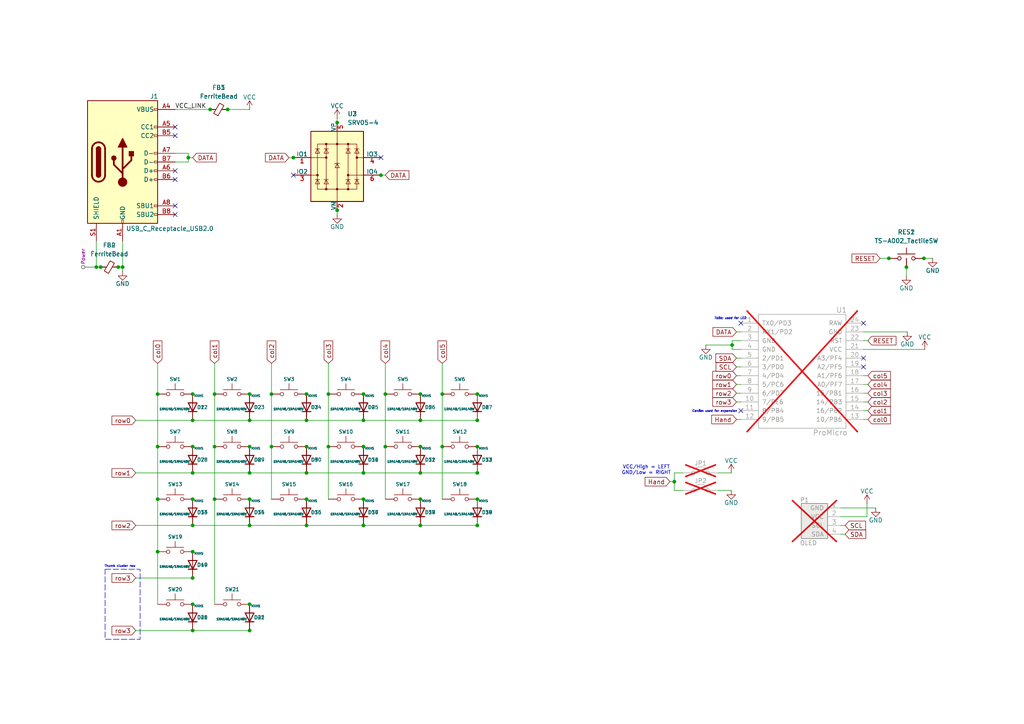
<source format=kicad_sch>
(kicad_sch (version 20231120) (generator "eeschema") (generator_version "8.0")
  (paper "A4")
  (lib_symbols
    (symbol "Device:D" (pin_numbers hide) (pin_names (offset 1.016) hide)
      (property "Reference" "D" (at 0 2.54 0))
      (property "Value" "D" (at 0 -2.54 0))
      (symbol "D_1_1"
        (pin passive line (at -3.81 0 0) (length 2.54) (name "K") (number "1"))
        (pin passive line (at 3.81 0 180) (length 2.54) (name "A") (number "2"))
      )
    )
    (symbol "Device:FerriteBead_Small" (pin_numbers hide) (pin_names (offset 0))
      (property "Reference" "FB" (at 1.905 1.27 0))
      (property "Value" "FerriteBead_Small" (at 1.905 -1.27 0))
      (symbol "FerriteBead_Small_1_1"
        (pin passive line (at 0 2.54 270) (length 1.27) (name "~") (number "1"))
        (pin passive line (at 0 -2.54 90) (length 1.27) (name "~") (number "2"))
      )
    )
    (symbol "Jumper:Jumper_2_Open" (pin_numbers hide) (pin_names (offset 0) hide) (exclude_from_sim yes)
      (property "Reference" "JP" (at 0 2.794 0))
      (property "Value" "Jumper_2_Open" (at 0 -2.286 0))
      (symbol "Jumper_2_Open_1_1"
        (pin passive line (at -5.08 0 0) (length 2.54) (name "A") (number "1"))
        (pin passive line (at 5.08 0 180) (length 2.54) (name "B") (number "2"))
      )
    )
    (symbol "Power_Protection:SRV05-4" (pin_names (offset 0))
      (property "Reference" "U" (at -5.08 11.43 0))
      (property "Value" "SRV05-4" (at 2.54 11.43 0))
      (symbol "SRV05-4_1_1"
        (pin passive line (at -12.7 2.54 0) (length 5.08) (name "IO1") (number "1"))
        (pin passive line (at 0 -12.7 90) (length 2.54) (name "VN") (number "2"))
        (pin passive line (at -12.7 -2.54 0) (length 5.08) (name "IO2") (number "3"))
        (pin passive line (at 12.7 2.54 180) (length 5.08) (name "IO3") (number "4"))
        (pin passive line (at 0 12.7 270) (length 2.54) (name "VP") (number "5"))
        (pin passive line (at 12.7 -2.54 180) (length 5.08) (name "IO4") (number "6"))
      )
    )
    (symbol "SplitKeyboard_Common:OLED_4pin" (pin_names (offset 1.016))
      (property "Reference" "P1" (at 0 -7.62 0))
      (property "Value" "OLED" (at 0 5.08 0))
      (symbol "OLED_4pin_1_1"
        (pin passive line (at -5.08 2.54 0) (length 3.81) (name "GND") (number "1"))
        (pin passive line (at -5.08 0 0) (length 3.81) (name "VCC") (number "2"))
        (pin passive line (at -5.08 -2.54 0) (length 3.81) (name "SCL") (number "3"))
        (pin passive line (at -5.08 -5.08 0) (length 3.81) (name "SDA") (number "4"))
        (pin no_connect line (at 8.128 -2.286 90) (length 3.81) hide (name "0") (number "A"))
        (pin no_connect line (at 8.128 -2.286 90) (length 3.81) hide (name "0") (number "B"))
        (pin no_connect line (at 8.128 -2.286 90) (length 3.81) hide (name "0") (number "C"))
        (pin no_connect line (at 8.128 -2.286 90) (length 3.81) hide (name "0") (number "D"))
      )
    )
    (symbol "SplitKeyboard_Common:ProMicro_Jumpers_v2" (pin_names (offset 1.016))
      (property "Reference" "U1" (at 0 17.78 0))
      (property "Value" "ProMicro" (at 0 -17.78 0))
      (symbol "ProMicro_Jumpers_v2_1_1"
        (pin input line (at -17.78 13.97 0) (length 5.08) (name "TX0/PD3") (number "1"))
        (pin input line (at -17.78 -8.89 0) (length 5.08) (name "7/PE6") (number "10"))
        (pin input line (at -17.78 -11.43 0) (length 5.08) (name "8/PB4") (number "11"))
        (pin input line (at -17.78 -13.97 0) (length 5.08) (name "9/PB5") (number "12"))
        (pin input line (at 17.78 -13.97 180) (length 5.08) (name "10/PB6") (number "13"))
        (pin input line (at 17.78 -11.43 180) (length 5.08) (name "16/PB2") (number "14"))
        (pin input line (at 17.78 -8.89 180) (length 5.08) (name "14/PB3") (number "15"))
        (pin input line (at 17.78 -6.35 180) (length 5.08) (name "15/PB1") (number "16"))
        (pin input line (at 17.78 -3.81 180) (length 5.08) (name "A0/PF7") (number "17"))
        (pin input line (at 17.78 -1.27 180) (length 5.08) (name "A1/PF6") (number "18"))
        (pin input line (at 17.78 1.27 180) (length 5.08) (name "A2/PF5") (number "19"))
        (pin input line (at -17.78 11.43 0) (length 5.08) (name "RX1/PD2") (number "2"))
        (pin input line (at 17.78 3.81 180) (length 5.08) (name "A3/PF4") (number "20"))
        (pin input line (at 17.78 6.35 180) (length 5.08) (name "VCC") (number "21"))
        (pin input line (at 17.78 8.89 180) (length 5.08) (name "RST") (number "22"))
        (pin input line (at 17.78 11.43 180) (length 5.08) (name "GND") (number "23"))
        (pin input line (at 17.78 13.97 180) (length 5.08) (name "RAW") (number "24"))
        (pin input line (at -17.78 8.89 0) (length 5.08) (name "GND") (number "3"))
        (pin input line (at -17.78 6.35 0) (length 5.08) (name "GND") (number "4"))
        (pin input line (at -17.78 3.81 0) (length 5.08) (name "2/PD1") (number "5"))
        (pin input line (at -17.78 1.27 0) (length 5.08) (name "3/PD0") (number "6"))
        (pin input line (at -17.78 -1.27 0) (length 5.08) (name "4/PD4") (number "7"))
        (pin input line (at -17.78 -3.81 0) (length 5.08) (name "5/PC6") (number "8"))
        (pin input line (at -17.78 -6.35 0) (length 5.08) (name "6/PD7") (number "9"))
        (pin no_connect line (at -0.254 -0.254 270) (length 5.08) hide (name "0") (number "A"))
        (pin no_connect line (at -0.254 -0.254 270) (length 5.08) hide (name "0") (number "B"))
        (pin no_connect line (at -0.254 -0.254 270) (length 5.08) hide (name "0") (number "C"))
        (pin no_connect line (at -0.254 -0.254 270) (length 5.08) hide (name "0") (number "D"))
        (pin no_connect line (at -0.254 -0.254 270) (length 5.08) hide (name "0") (number "E"))
        (pin no_connect line (at -0.254 -0.254 270) (length 5.08) hide (name "0") (number "F"))
        (pin no_connect line (at -0.254 -0.254 270) (length 5.08) hide (name "0") (number "G"))
        (pin no_connect line (at -0.254 -0.254 270) (length 5.08) hide (name "0") (number "H"))
        (pin no_connect line (at -0.254 -0.254 270) (length 5.08) hide (name "0") (number "I"))
        (pin no_connect line (at -0.254 -0.254 270) (length 5.08) hide (name "0") (number "J"))
        (pin no_connect line (at -0.254 -0.254 270) (length 5.08) hide (name "0") (number "K"))
        (pin no_connect line (at -0.254 -0.254 270) (length 5.08) hide (name "0") (number "L"))
        (pin no_connect line (at -0.254 -0.254 270) (length 5.08) hide (name "0") (number "M"))
        (pin no_connect line (at -0.254 -0.254 270) (length 5.08) hide (name "0") (number "N"))
        (pin no_connect line (at -0.254 -0.254 270) (length 5.08) hide (name "0") (number "O"))
        (pin no_connect line (at -0.254 -0.254 270) (length 5.08) hide (name "0") (number "P"))
        (pin no_connect line (at -0.254 -0.254 270) (length 5.08) hide (name "0") (number "Q"))
        (pin no_connect line (at -0.254 -0.254 270) (length 5.08) hide (name "0") (number "R"))
        (pin no_connect line (at -0.254 -0.254 270) (length 5.08) hide (name "0") (number "S"))
        (pin no_connect line (at -0.254 -0.254 270) (length 5.08) hide (name "0") (number "T"))
        (pin no_connect line (at -0.254 -0.254 270) (length 5.08) hide (name "0") (number "U"))
        (pin no_connect line (at -0.254 -0.254 270) (length 5.08) hide (name "0") (number "V"))
        (pin no_connect line (at -0.254 -0.254 270) (length 5.08) hide (name "0") (number "X"))
        (pin no_connect line (at -0.254 -0.254 270) (length 5.08) hide (name "0") (number "Y"))
      )
    )
    (symbol "SplitKeyboard_Common:TS-A002_TactileSW" (pin_numbers hide) (pin_names (offset 1.016) hide)
      (property "Reference" "SW1" (at 0 7.366 0))
      (property "Value" "TS-A002_TactileSW" (at 0 4.826 0))
      (symbol "TS-A002_TactileSW_0_1"
        (pin passive line (at -5.08 0 0) (length 2.54) (name "1") (number "1"))
        (pin passive line (at 5.08 0 180) (length 2.54) (name "2") (number "2"))
        (pin passive line (at 0 -2.54 90) (length 2.54) (name "3") (number "3"))
      )
    )
    (symbol "SplitKeyboard_Common:USB_C_Receptacle_USB2.0" (pin_names (offset 1.016))
      (property "Reference" "J1" (at 0 22.098 0))
      (property "Value" "USB_C_Receptacle_USB2.0" (at 0 19.558 0))
      (symbol "USB_C_Receptacle_USB2.0_1_1"
        (pin passive line (at 0 -22.86 90) (length 5.08) (name "GND") (number "A1"))
        (pin passive line (at 0 -22.86 90) (length 5.08) hide (name "GND") (number "A12"))
        (pin passive line (at 15.24 15.24 180) (length 5.08) (name "VBUS") (number "A4"))
        (pin bidirectional line (at 15.24 10.16 180) (length 5.08) (name "CC1") (number "A5"))
        (pin bidirectional line (at 15.24 -2.54 180) (length 5.08) (name "D+") (number "A6"))
        (pin bidirectional line (at 15.24 2.54 180) (length 5.08) (name "D-") (number "A7"))
        (pin bidirectional line (at 15.24 -12.7 180) (length 5.08) (name "SBU1") (number "A8"))
        (pin passive line (at 15.24 15.24 180) (length 5.08) hide (name "VBUS") (number "A9"))
        (pin passive line (at 0 -22.86 90) (length 5.08) hide (name "GND") (number "B1"))
        (pin passive line (at 0 -22.86 90) (length 5.08) hide (name "GND") (number "B12"))
        (pin passive line (at 15.24 15.24 180) (length 5.08) hide (name "VBUS") (number "B4"))
        (pin bidirectional line (at 15.24 7.62 180) (length 5.08) (name "CC2") (number "B5"))
        (pin bidirectional line (at 15.24 -5.08 180) (length 5.08) (name "D+") (number "B6"))
        (pin bidirectional line (at 15.24 0 180) (length 5.08) (name "D-") (number "B7"))
        (pin bidirectional line (at 15.24 -15.24 180) (length 5.08) (name "SBU2") (number "B8"))
        (pin passive line (at 15.24 15.24 180) (length 5.08) hide (name "VBUS") (number "B9"))
        (pin passive line (at -7.62 -22.86 90) (length 5.08) (name "SHIELD") (number "S1"))
      )
    )
    (symbol "Switch:SW_Push" (pin_numbers hide) (pin_names (offset 1.016) hide)
      (property "Reference" "SW" (at 1.27 2.54 0))
      (property "Value" "SW_Push" (at 0 -1.524 0))
      (symbol "SW_Push_0_1"
        (pin passive line (at -5.08 0 0) (length 2.54) (name "1") (number "1"))
        (pin passive line (at 5.08 0 180) (length 2.54) (name "2") (number "2"))
      )
    )
    (symbol "power:GND" (power) (pin_numbers hide) (pin_names (offset 0) hide)
      (property "Value" "GND" (at 0 -3.81 0))
      (symbol "GND_1_1"
        (pin power_in line (at 0 0 270) (length 0) (name "~") (number "1"))
      )
    )
    (symbol "power:VCC" (power) (pin_numbers hide) (pin_names (offset 0) hide)
      (property "Value" "VCC" (at 0 3.556 0))
      (symbol "VCC_1_1"
        (pin power_in line (at 0 0 90) (length 0) (name "~") (number "1"))
      )
    )
  )
  (junction (at 257.81 74.93))
  (junction (at 105.41 152.4))
  (junction (at 45.72 144.78))
  (junction (at 121.92 137.16))
  (junction (at 55.88 167.64))
  (junction (at 267.97 74.93))
  (junction (at 62.23 129.54))
  (junction (at 62.23 114.3))
  (junction (at 78.74 114.3))
  (junction (at 55.88 182.88))
  (junction (at 55.88 160.02))
  (junction (at 72.39 182.88))
  (junction (at 138.43 121.92))
  (junction (at 97.79 35.56))
  (junction (at 88.9 129.54))
  (junction (at 72.39 137.16))
  (junction (at 45.72 114.3))
  (junction (at 72.39 175.26))
  (junction (at 54.61 45.72))
  (junction (at 78.74 129.54))
  (junction (at 105.41 114.3))
  (junction (at 105.41 129.54))
  (junction (at 34.29 77.47))
  (junction (at 72.39 114.3))
  (junction (at 45.72 129.54))
  (junction (at 72.39 121.92))
  (junction (at 95.25 114.3))
  (junction (at 121.92 121.92))
  (junction (at 128.27 129.54))
  (junction (at 60.96 31.75))
  (junction (at 105.41 137.16))
  (junction (at 88.9 114.3))
  (junction (at 85.09 45.72))
  (junction (at 111.76 114.3))
  (junction (at 72.39 152.4))
  (junction (at 128.27 114.3))
  (junction (at 55.88 137.16))
  (junction (at 72.39 129.54))
  (junction (at 110.49 50.8))
  (junction (at 262.89 77.47))
  (junction (at 138.43 129.54))
  (junction (at 121.92 114.3))
  (junction (at 35.56 77.47))
  (junction (at 88.9 144.78))
  (junction (at 55.88 114.3))
  (junction (at 111.76 129.54))
  (junction (at 105.41 144.78))
  (junction (at 138.43 152.4))
  (junction (at 55.88 175.26))
  (junction (at 95.25 129.54))
  (junction (at 138.43 144.78))
  (junction (at 121.92 144.78))
  (junction (at 45.72 160.02))
  (junction (at 88.9 121.92))
  (junction (at 66.04 31.75))
  (junction (at 212.344 100.076))
  (junction (at 138.43 137.16))
  (junction (at 88.9 137.16))
  (junction (at 138.43 114.3))
  (junction (at 105.41 121.92))
  (junction (at 72.39 144.78))
  (junction (at 55.88 121.92))
  (junction (at 121.92 129.54))
  (junction (at 195.58 139.7))
  (junction (at 97.79 60.96))
  (junction (at 55.88 129.54))
  (junction (at 88.9 152.4))
  (junction (at 29.21 77.47))
  (junction (at 55.88 152.4))
  (junction (at 121.92 152.4))
  (junction (at 62.23 144.78))
  (junction (at 55.88 144.78))
  (junction (at 27.94 77.47))
  (no_connect (at 50.8 62.23))
  (no_connect (at 250.444 103.886))
  (no_connect (at 250.444 93.726))
  (no_connect (at 50.8 49.53))
  (no_connect (at 85.09 50.8))
  (no_connect (at 50.8 36.83))
  (no_connect (at 50.8 39.37))
  (no_connect (at 214.884 93.726))
  (no_connect (at 110.49 45.72))
  (no_connect (at 50.8 52.07))
  (no_connect (at 250.444 106.426))
  (no_connect (at 214.884 119.126))
  (no_connect (at 50.8 59.69))
  (wire (pts (xy 212.344 98.806) (xy 212.344 100.076)))
  (wire (pts (xy 105.41 137.16) (xy 121.92 137.16)))
  (wire (pts (xy 35.56 77.47) (xy 35.56 78.74)))
  (wire (pts (xy 121.92 137.16) (xy 138.43 137.16)))
  (wire (pts (xy 26.67 77.47) (xy 27.94 77.47)))
  (wire (pts (xy 121.92 152.4) (xy 138.43 152.4)))
  (wire (pts (xy 213.614 106.426) (xy 214.884 106.426)))
  (wire (pts (xy 250.444 116.586) (xy 251.714 116.586)))
  (wire (pts (xy 45.72 160.02) (xy 45.72 175.26)))
  (wire (pts (xy 72.39 152.4) (xy 88.9 152.4)))
  (wire (pts (xy 95.25 105.41) (xy 95.25 114.3)))
  (wire (pts (xy 62.23 144.78) (xy 62.23 175.26)))
  (wire (pts (xy 50.8 31.75) (xy 60.96 31.75)))
  (wire (pts (xy 78.74 114.3) (xy 78.74 129.54)))
  (wire (pts (xy 54.61 45.72) (xy 55.88 45.72)))
  (wire (pts (xy 62.23 129.54) (xy 62.23 144.78)))
  (wire (pts (xy 208.28 137.16) (xy 212.09 137.16)))
  (wire (pts (xy 111.76 129.54) (xy 111.76 144.78)))
  (wire (pts (xy 39.37 137.16) (xy 55.88 137.16)))
  (wire (pts (xy 88.9 121.92) (xy 105.41 121.92)))
  (wire (pts (xy 214.884 98.806) (xy 212.344 98.806)))
  (wire (pts (xy 213.614 116.586) (xy 214.884 116.586)))
  (wire (pts (xy 198.12 137.16) (xy 195.58 137.16)))
  (wire (pts (xy 39.37 167.64) (xy 55.88 167.64)))
  (wire (pts (xy 35.56 69.85) (xy 35.56 77.47)))
  (wire (pts (xy 55.88 121.92) (xy 72.39 121.92)))
  (wire (pts (xy 62.23 105.41) (xy 62.23 114.3)))
  (wire (pts (xy 250.444 119.126) (xy 251.714 119.126)))
  (wire (pts (xy 78.74 129.54) (xy 78.74 144.78)))
  (wire (pts (xy 128.27 114.3) (xy 128.27 129.54)))
  (wire (pts (xy 27.94 69.85) (xy 27.94 77.47)))
  (wire (pts (xy 72.39 121.92) (xy 88.9 121.92)))
  (wire (pts (xy 194.31 139.7) (xy 195.58 139.7)))
  (wire (pts (xy 250.444 114.046) (xy 251.714 114.046)))
  (wire (pts (xy 45.72 144.78) (xy 45.72 160.02)))
  (wire (pts (xy 243.84 154.94) (xy 245.11 154.94)))
  (wire (pts (xy 251.46 149.86) (xy 251.46 146.05)))
  (wire (pts (xy 212.344 100.076) (xy 212.344 101.346)))
  (wire (pts (xy 88.9 137.16) (xy 105.41 137.16)))
  (wire (pts (xy 195.58 142.24) (xy 198.12 142.24)))
  (wire (pts (xy 39.37 121.92) (xy 55.88 121.92)))
  (wire (pts (xy 97.79 60.96) (xy 97.79 62.23)))
  (wire (pts (xy 243.84 147.32) (xy 254 147.32)))
  (wire (pts (xy 72.39 137.16) (xy 88.9 137.16)))
  (wire (pts (xy 39.37 152.4) (xy 55.88 152.4)))
  (wire (pts (xy 27.94 77.47) (xy 29.21 77.47)))
  (wire (pts (xy 62.23 114.3) (xy 62.23 129.54)))
  (wire (pts (xy 213.614 108.966) (xy 214.884 108.966)))
  (wire (pts (xy 105.41 121.92) (xy 121.92 121.92)))
  (wire (pts (xy 213.614 96.266) (xy 214.884 96.266)))
  (wire (pts (xy 88.9 152.4) (xy 105.41 152.4)))
  (wire (pts (xy 45.72 105.41) (xy 45.72 114.3)))
  (wire (pts (xy 45.72 129.54) (xy 45.72 144.78)))
  (wire (pts (xy 95.25 114.3) (xy 95.25 129.54)))
  (wire (pts (xy 212.344 101.346) (xy 214.884 101.346)))
  (wire (pts (xy 213.614 103.886) (xy 214.884 103.886)))
  (wire (pts (xy 54.61 45.72) (xy 54.61 46.99)))
  (wire (pts (xy 55.88 152.4) (xy 72.39 152.4)))
  (wire (pts (xy 250.444 96.266) (xy 263.144 96.266)))
  (wire (pts (xy 66.04 31.75) (xy 72.39 31.75)))
  (wire (pts (xy 55.88 137.16) (xy 72.39 137.16)))
  (wire (pts (xy 243.84 152.4) (xy 245.11 152.4)))
  (wire (pts (xy 54.61 46.99) (xy 50.8 46.99)))
  (wire (pts (xy 39.37 182.88) (xy 55.88 182.88)))
  (wire (pts (xy 213.614 121.666) (xy 214.884 121.666)))
  (wire (pts (xy 97.79 34.29) (xy 97.79 35.56)))
  (wire (pts (xy 250.444 108.966) (xy 251.714 108.966)))
  (wire (pts (xy 213.614 111.506) (xy 214.884 111.506)))
  (wire (pts (xy 110.49 50.8) (xy 111.76 50.8)))
  (wire (pts (xy 34.29 77.47) (xy 35.56 77.47)))
  (wire (pts (xy 83.82 45.72) (xy 85.09 45.72)))
  (wire (pts (xy 204.724 100.076) (xy 212.344 100.076)))
  (wire (pts (xy 121.92 121.92) (xy 138.43 121.92)))
  (wire (pts (xy 54.61 44.45) (xy 54.61 45.72)))
  (wire (pts (xy 243.84 149.86) (xy 251.46 149.86)))
  (wire (pts (xy 250.444 101.346) (xy 268.224 101.346)))
  (wire (pts (xy 250.444 98.806) (xy 251.714 98.806)))
  (wire (pts (xy 111.76 105.41) (xy 111.76 114.3)))
  (wire (pts (xy 50.8 44.45) (xy 54.61 44.45)))
  (wire (pts (xy 128.27 105.41) (xy 128.27 114.3)))
  (wire (pts (xy 111.76 114.3) (xy 111.76 129.54)))
  (wire (pts (xy 45.72 114.3) (xy 45.72 129.54)))
  (wire (pts (xy 262.89 77.47) (xy 262.89 80.01)))
  (wire (pts (xy 55.88 182.88) (xy 72.39 182.88)))
  (wire (pts (xy 213.614 114.046) (xy 214.884 114.046)))
  (wire (pts (xy 78.74 105.41) (xy 78.74 114.3)))
  (wire (pts (xy 95.25 129.54) (xy 95.25 144.78)))
  (wire (pts (xy 128.27 129.54) (xy 128.27 144.78)))
  (wire (pts (xy 208.28 142.24) (xy 212.09 142.24)))
  (wire (pts (xy 195.58 137.16) (xy 195.58 139.7)))
  (wire (pts (xy 105.41 152.4) (xy 121.92 152.4)))
  (wire (pts (xy 250.444 121.666) (xy 251.714 121.666)))
  (wire (pts (xy 250.444 111.506) (xy 251.714 111.506)))
  (wire (pts (xy 255.27 74.93) (xy 257.81 74.93)))
  (wire (pts (xy 195.58 139.7) (xy 195.58 142.24)))
  (wire (pts (xy 267.97 74.93) (xy 270.51 74.93)))
  (rectangle (start 30.48 165.1) (end 40.64 185.42) (stroke (width 0) (type dash)))
  (text "CanBe: used for expansion" (at 207.264 119.38 0) (effects (font (size 0.635 0.635) (italic yes))))
  (text "VCC/High = LEFT\nGND/Low = RIGHT" (at 187.452 136.398 0) (effects (font (size 1.016 1.016))))
  (text "ToBe: used for LED" (at 211.836 92.456 0) (effects (font (size 0.635 0.635) (italic yes))))
  (text "Thumb cluster row" (at 34.798 164.338 0) (effects (font (size 0.635 0.635))))
  (label "VCC_LINK" (at 50.8 31.75 0))
  (global_label "col5" (shape input) (at 128.27 105.41 90) (property "Intersheetrefs" "${INTERSHEET_REFS}" (effects (hide yes))))
  (global_label "col1" (shape input) (at 62.23 105.41 90) (property "Intersheetrefs" "${INTERSHEET_REFS}" (effects (hide yes))))
  (global_label "Hand" (shape input) (at 194.31 139.7 180) (property "Intersheetrefs" "${INTERSHEET_REFS}" (effects (hide yes))))
  (global_label "SDA" (shape input) (at 245.11 154.94 0) (property "Intersheetrefs" "${INTERSHEET_REFS}" (effects (hide yes))))
  (global_label "Hand" (shape input) (at 213.614 121.666 180) (property "Intersheetrefs" "${INTERSHEET_REFS}" (effects (hide yes))))
  (global_label "DATA" (shape input) (at 83.82 45.72 180) (property "Intersheetrefs" "${INTERSHEET_REFS}" (effects (hide yes))))
  (global_label "SCL" (shape input) (at 213.614 106.426 180) (property "Intersheetrefs" "${INTERSHEET_REFS}" (effects (hide yes))))
  (global_label "DATA" (shape input) (at 213.614 96.266 180) (property "Intersheetrefs" "${INTERSHEET_REFS}" (effects (hide yes))))
  (global_label "col1" (shape input) (at 251.714 119.126 0) (property "Intersheetrefs" "${INTERSHEET_REFS}" (effects (hide yes))))
  (global_label "row1" (shape input) (at 213.614 111.506 180) (property "Intersheetrefs" "${INTERSHEET_REFS}" (effects (hide yes))))
  (global_label "SCL" (shape input) (at 245.11 152.4 0) (property "Intersheetrefs" "${INTERSHEET_REFS}" (effects (hide yes))))
  (global_label "col5" (shape input) (at 251.714 108.966 0) (property "Intersheetrefs" "${INTERSHEET_REFS}" (effects (hide yes))))
  (global_label "row0" (shape input) (at 39.37 121.92 180) (property "Intersheetrefs" "${INTERSHEET_REFS}" (effects (hide yes))))
  (global_label "row3" (shape input) (at 39.37 182.88 180) (property "Intersheetrefs" "${INTERSHEET_REFS}" (effects (hide yes))))
  (global_label "SDA" (shape input) (at 213.614 103.886 180) (property "Intersheetrefs" "${INTERSHEET_REFS}" (effects (hide yes))))
  (global_label "RESET" (shape input) (at 255.27 74.93 180) (property "Intersheetrefs" "${INTERSHEET_REFS}" (effects (hide yes))))
  (global_label "row3" (shape input) (at 213.614 116.586 180) (property "Intersheetrefs" "${INTERSHEET_REFS}" (effects (hide yes))))
  (global_label "col2" (shape input) (at 78.74 105.41 90) (property "Intersheetrefs" "${INTERSHEET_REFS}" (effects (hide yes))))
  (global_label "DATA" (shape input) (at 55.88 45.72 0) (property "Intersheetrefs" "${INTERSHEET_REFS}" (effects (hide yes))))
  (global_label "col0" (shape input) (at 251.714 121.666 0) (property "Intersheetrefs" "${INTERSHEET_REFS}" (effects (hide yes))))
  (global_label "col0" (shape input) (at 45.72 105.41 90) (property "Intersheetrefs" "${INTERSHEET_REFS}" (effects (hide yes))))
  (global_label "row2" (shape input) (at 213.614 114.046 180) (property "Intersheetrefs" "${INTERSHEET_REFS}" (effects (hide yes))))
  (global_label "col4" (shape input) (at 111.76 105.41 90) (property "Intersheetrefs" "${INTERSHEET_REFS}" (effects (hide yes))))
  (global_label "col3" (shape input) (at 251.714 114.046 0) (property "Intersheetrefs" "${INTERSHEET_REFS}" (effects (hide yes))))
  (global_label "col3" (shape input) (at 95.25 105.41 90) (property "Intersheetrefs" "${INTERSHEET_REFS}" (effects (hide yes))))
  (global_label "row1" (shape input) (at 39.37 137.16 180) (property "Intersheetrefs" "${INTERSHEET_REFS}" (effects (hide yes))))
  (global_label "row0" (shape input) (at 213.614 108.966 180) (property "Intersheetrefs" "${INTERSHEET_REFS}" (effects (hide yes))))
  (global_label "row2" (shape input) (at 39.37 152.4 180) (property "Intersheetrefs" "${INTERSHEET_REFS}" (effects (hide yes))))
  (global_label "row3" (shape input) (at 39.37 167.64 180) (property "Intersheetrefs" "${INTERSHEET_REFS}" (effects (hide yes))))
  (global_label "DATA" (shape input) (at 111.76 50.8 0) (property "Intersheetrefs" "${INTERSHEET_REFS}" (effects (hide yes))))
  (global_label "col4" (shape input) (at 251.714 111.506 0) (property "Intersheetrefs" "${INTERSHEET_REFS}" (effects (hide yes))))
  (global_label "RESET" (shape input) (at 251.714 98.806 0) (property "Intersheetrefs" "${INTERSHEET_REFS}" (effects (hide yes))))
  (global_label "col2" (shape input) (at 251.714 116.586 0) (property "Intersheetrefs" "${INTERSHEET_REFS}" (effects (hide yes))))
  (netclass_flag "" (length 2.54) (shape round) (at 26.67 77.47 90) (property "Netclass" "Power" (at 24.13 76.7715 90) (effects (font (size 1.016 1.016) (italic yes)) (justify left))))
  (symbol (lib_id "Switch:SW_Push") (at 50.8 114.3 0) (unit 1)
    (property "Reference" "SW1" (at 50.8 109.982 0) (effects (font (size 1.016 1.016))))
    (property "Value" "MXHS" (at 57.658 114.808 0) (effects (font (size 0.635 0.635))))
    (property "Description" "Push button switch, generic, two pins" (effects (hide yes)))
  )
  (symbol (lib_id "power:GND") (at 212.09 142.24 0) (unit 1)
    (property "Reference" "#PWR05" (effects (hide yes)))
    (property "Value" "GND" (at 212.09 145.796 0))
    (property "Description" "Power symbol creates a global label with name \"GND\" , ground" (effects (hide yes)))
  )
  (symbol (lib_id "Power_Protection:SRV05-4") (at 97.79 48.26 0) (unit 1)
    (property "Reference" "U3" (at 100.8065 33.02 0) (effects (justify left)))
    (property "Value" "SRV05-4" (at 100.8065 35.56 0) (effects (justify left)))
    (property "Footprint" "Package_TO_SOT_SMD:SOT-23-6" (effects (hide yes)))
    (property "Datasheet" "http://www.onsemi.com/pub/Collateral/SRV05-4-D.PDF" (effects (hide yes)))
    (property "Description" "ESD Protection Diodes with Low Clamping Voltage, SOT-23-6" (effects (hide yes)))
  )
  (symbol (lib_id "Switch:SW_Push") (at 50.8 160.02 0) (unit 1)
    (property "Reference" "SW19" (at 50.8 155.702 0) (effects (font (size 1.016 1.016))))
    (property "Value" "MXHS" (at 57.658 160.528 0) (effects (font (size 0.635 0.635))))
    (property "Description" "Push button switch, generic, two pins" (effects (hide yes)))
  )
  (symbol (lib_id "Device:D") (at 138.43 148.59 90) (unit 1)
    (property "Reference" "D18" (at 139.7 148.59 90) (effects (font (size 1.016 1.016)) (justify right)))
    (property "Value" "1N4148/1N4148W" (at 128.778 149.098 90) (effects (font (size 0.635 0.635)) (justify right)))
    (property "Description" "Diode" (effects (hide yes)))
    (property "Sim.Device" "D" (effects (hide yes)))
    (property "Sim.Pins" "1=K 2=A" (effects (hide yes)))
  )
  (symbol (lib_id "Device:FerriteBead_Small") (at 63.5 31.75 90) (unit 1)
    (property "Reference" "FB1" (at 63.4619 25.4 90))
    (property "Value" "FerriteBead" (at 63.4619 27.94 90))
    (property "Description" "Ferrite bead, small symbol" (effects (hide yes)))
  )
  (symbol (lib_id "power:GND") (at 254 147.32 0) (unit 1)
    (property "Reference" "#PWR012" (effects (hide yes)))
    (property "Value" "GND" (at 254 150.876 0))
    (property "Description" "Power symbol creates a global label with name \"GND\" , ground" (effects (hide yes)))
  )
  (symbol (lib_id "Device:D") (at 72.39 148.59 90) (unit 1)
    (property "Reference" "D35" (at 73.66 148.59 90) (effects (font (size 1.016 1.016)) (justify right)))
    (property "Value" "1N4148/1N4148W" (at 62.738 149.098 90) (effects (font (size 0.635 0.635)) (justify right)))
    (property "Description" "Diode" (effects (hide yes)))
    (property "Sim.Device" "D" (effects (hide yes)))
    (property "Sim.Pins" "1=K 2=A" (effects (hide yes)))
  )
  (symbol (lib_id "Device:D") (at 72.39 118.11 90) (unit 1)
    (property "Reference" "D2" (at 73.66 118.11 90) (effects (font (size 1.016 1.016)) (justify right)))
    (property "Value" "1N4148/1N4148W" (at 62.738 118.618 90) (effects (font (size 0.635 0.635)) (justify right)))
    (property "Description" "Diode" (effects (hide yes)))
    (property "Sim.Device" "D" (effects (hide yes)))
    (property "Sim.Pins" "1=K 2=A" (effects (hide yes)))
  )
  (symbol (lib_id "Switch:SW_Push") (at 116.84 144.78 0) (unit 1)
    (property "Reference" "SW17" (at 116.84 140.462 0) (effects (font (size 1.016 1.016))))
    (property "Value" "MXHS" (at 123.698 145.288 0) (effects (font (size 0.635 0.635))))
    (property "Description" "Push button switch, generic, two pins" (effects (hide yes)))
  )
  (symbol (lib_id "Device:D") (at 55.88 118.11 90) (unit 1)
    (property "Reference" "D22" (at 57.15 118.11 90) (effects (font (size 1.016 1.016)) (justify right)))
    (property "Value" "1N4148/1N4148W" (at 46.228 118.618 90) (effects (font (size 0.635 0.635)) (justify right)))
    (property "Description" "Diode" (effects (hide yes)))
    (property "Sim.Device" "D" (effects (hide yes)))
    (property "Sim.Pins" "1=K 2=A" (effects (hide yes)))
  )
  (symbol (lib_id "Device:FerriteBead_Small") (at 31.75 77.47 90) (unit 1)
    (property "Reference" "FB2" (at 31.7119 71.12 90))
    (property "Value" "FerriteBead" (at 31.7119 73.66 90))
    (property "Description" "Ferrite bead, small symbol" (effects (hide yes)))
  )
  (symbol (lib_id "Device:D") (at 55.88 148.59 90) (unit 1)
    (property "Reference" "D13" (at 57.15 148.59 90) (effects (font (size 1.016 1.016)) (justify right)))
    (property "Value" "1N4148/1N4148W" (at 46.228 149.098 90) (effects (font (size 0.635 0.635)) (justify right)))
    (property "Description" "Diode" (effects (hide yes)))
    (property "Sim.Device" "D" (effects (hide yes)))
    (property "Sim.Pins" "1=K 2=A" (effects (hide yes)))
  )
  (symbol (lib_id "SplitKeyboard_Common:ProMicro_Jumpers_v2") (at 232.664 107.696 0) (unit 1) (dnp yes)
    (property "Reference" "U1" (at 244.094 89.916 0) (effects (font (size 1.524 1.524))))
    (property "Value" "ProMicro" (at 240.792 125.476 0) (effects (font (size 1.524 1.524))))
    (property "Footprint" "Keyboard Controllers:ProMicro_jumpers_V2" (effects (hide yes)))
  )
  (symbol (lib_id "power:GND") (at 270.51 74.93 0) (unit 1)
    (property "Reference" "#PWR07" (effects (hide yes)))
    (property "Value" "GND" (at 270.51 78.486 0))
    (property "Description" "Power symbol creates a global label with name \"GND\" , ground" (effects (hide yes)))
  )
  (symbol (lib_id "Device:D") (at 55.88 133.35 90) (unit 1)
    (property "Reference" "D7" (at 57.15 133.35 90) (effects (font (size 1.016 1.016)) (justify right)))
    (property "Value" "1N4148/1N4148W" (at 46.228 133.858 90) (effects (font (size 0.635 0.635)) (justify right)))
    (property "Description" "Diode" (effects (hide yes)))
    (property "Sim.Device" "D" (effects (hide yes)))
    (property "Sim.Pins" "1=K 2=A" (effects (hide yes)))
  )
  (symbol (lib_id "Switch:SW_Push") (at 133.35 129.54 0) (unit 1)
    (property "Reference" "SW12" (at 133.35 125.222 0) (effects (font (size 1.016 1.016))))
    (property "Value" "MXHS" (at 140.208 130.048 0) (effects (font (size 0.635 0.635))))
    (property "Description" "Push button switch, generic, two pins" (effects (hide yes)))
  )
  (symbol (lib_id "Device:D") (at 88.9 148.59 90) (unit 1)
    (property "Reference" "D36" (at 90.17 148.59 90) (effects (font (size 1.016 1.016)) (justify right)))
    (property "Value" "1N4148/1N4148W" (at 79.248 149.098 90) (effects (font (size 0.635 0.635)) (justify right)))
    (property "Description" "Diode" (effects (hide yes)))
    (property "Sim.Device" "D" (effects (hide yes)))
    (property "Sim.Pins" "1=K 2=A" (effects (hide yes)))
  )
  (symbol (lib_id "power:GND") (at 35.56 78.74 0) (unit 1)
    (property "Reference" "#PWR09" (effects (hide yes)))
    (property "Value" "GND" (at 35.56 82.296 0))
    (property "Description" "Power symbol creates a global label with name \"GND\" , ground" (effects (hide yes)))
  )
  (symbol (lib_id "Device:D") (at 105.41 118.11 90) (unit 1)
    (property "Reference" "D4" (at 106.68 118.11 90) (effects (font (size 1.016 1.016)) (justify right)))
    (property "Value" "1N4148/1N4148W" (at 95.758 118.618 90) (effects (font (size 0.635 0.635)) (justify right)))
    (property "Description" "Diode" (effects (hide yes)))
    (property "Sim.Device" "D" (effects (hide yes)))
    (property "Sim.Pins" "1=K 2=A" (effects (hide yes)))
  )
  (symbol (lib_id "Device:D") (at 138.43 133.35 90) (unit 1)
    (property "Reference" "D33" (at 139.7 133.35 90) (effects (font (size 1.016 1.016)) (justify right)))
    (property "Value" "1N4148/1N4148W" (at 128.778 133.858 90) (effects (font (size 0.635 0.635)) (justify right)))
    (property "Description" "Diode" (effects (hide yes)))
    (property "Sim.Device" "D" (effects (hide yes)))
    (property "Sim.Pins" "1=K 2=A" (effects (hide yes)))
  )
  (symbol (lib_id "SplitKeyboard_Common:TS-A002_TactileSW") (at 262.89 74.93 0) (unit 1)
    (property "Reference" "RES1" (at 262.89 67.31 0))
    (property "Value" "TS-A002_TactileSW" (at 262.89 69.85 0))
    (property "Footprint" "Keyboard Common:YTS-A002" (effects (hide yes)))
    (property "LCSC" "C2888934" (effects (hide yes)))
  )
  (symbol (lib_id "Switch:SW_Push") (at 133.35 144.78 0) (unit 1)
    (property "Reference" "SW18" (at 133.35 140.462 0) (effects (font (size 1.016 1.016))))
    (property "Value" "MXHS" (at 140.208 145.288 0) (effects (font (size 0.635 0.635))))
    (property "Description" "Push button switch, generic, two pins" (effects (hide yes)))
  )
  (symbol (lib_id "Switch:SW_Push") (at 67.31 144.78 0) (unit 1)
    (property "Reference" "SW14" (at 67.31 140.462 0) (effects (font (size 1.016 1.016))))
    (property "Value" "MXHS" (at 74.168 145.288 0) (effects (font (size 0.635 0.635))))
    (property "Description" "Push button switch, generic, two pins" (effects (hide yes)))
  )
  (symbol (lib_id "Device:D") (at 72.39 148.59 90) (unit 1)
    (property "Reference" "D14" (at 73.66 148.59 90) (effects (font (size 1.016 1.016)) (justify right)))
    (property "Value" "1N4148/1N4148W" (at 62.738 149.098 90) (effects (font (size 0.635 0.635)) (justify right)))
    (property "Description" "Diode" (effects (hide yes)))
    (property "Sim.Device" "D" (effects (hide yes)))
    (property "Sim.Pins" "1=K 2=A" (effects (hide yes)))
  )
  (symbol (lib_id "power:GND") (at 97.79 62.23 0) (unit 1)
    (property "Reference" "#PWR011" (effects (hide yes)))
    (property "Value" "GND" (at 97.79 65.786 0))
    (property "Description" "Power symbol creates a global label with name \"GND\" , ground" (effects (hide yes)))
  )
  (symbol (lib_id "Device:D") (at 121.92 148.59 90) (unit 1)
    (property "Reference" "D17" (at 123.19 148.59 90) (effects (font (size 1.016 1.016)) (justify right)))
    (property "Value" "1N4148/1N4148W" (at 112.268 149.098 90) (effects (font (size 0.635 0.635)) (justify right)))
    (property "Description" "Diode" (effects (hide yes)))
    (property "Sim.Device" "D" (effects (hide yes)))
    (property "Sim.Pins" "1=K 2=A" (effects (hide yes)))
  )
  (symbol (lib_id "Device:D") (at 105.41 148.59 90) (unit 1)
    (property "Reference" "D37" (at 106.68 148.59 90) (effects (font (size 1.016 1.016)) (justify right)))
    (property "Value" "1N4148/1N4148W" (at 95.758 149.098 90) (effects (font (size 0.635 0.635)) (justify right)))
    (property "Description" "Diode" (effects (hide yes)))
    (property "Sim.Device" "D" (effects (hide yes)))
    (property "Sim.Pins" "1=K 2=A" (effects (hide yes)))
  )
  (symbol (lib_id "Device:D") (at 121.92 133.35 90) (unit 1)
    (property "Reference" "D32" (at 123.19 133.35 90) (effects (font (size 1.016 1.016)) (justify right)))
    (property "Value" "1N4148/1N4148W" (at 112.268 133.858 90) (effects (font (size 0.635 0.635)) (justify right)))
    (property "Description" "Diode" (effects (hide yes)))
    (property "Sim.Device" "D" (effects (hide yes)))
    (property "Sim.Pins" "1=K 2=A" (effects (hide yes)))
  )
  (symbol (lib_id "Switch:SW_Push") (at 100.33 114.3 0) (unit 1)
    (property "Reference" "SW4" (at 100.33 109.982 0) (effects (font (size 1.016 1.016))))
    (property "Value" "MXHS" (at 107.188 114.808 0) (effects (font (size 0.635 0.635))))
    (property "Description" "Push button switch, generic, two pins" (effects (hide yes)))
  )
  (symbol (lib_id "Switch:SW_Push") (at 50.8 175.26 0) (unit 1)
    (property "Reference" "SW20" (at 50.8 170.942 0) (effects (font (size 1.016 1.016))))
    (property "Value" "MXHS" (at 57.658 175.768 0) (effects (font (size 0.635 0.635))))
    (property "Description" "Push button switch, generic, two pins" (effects (hide yes)))
  )
  (symbol (lib_id "SplitKeyboard_Common:USB_C_Receptacle_USB2.0") (at 35.56 46.99 0) (unit 1)
    (property "Reference" "J1" (at 44.704 27.94 0))
    (property "Value" "USB_C_Receptacle_USB2.0" (at 49.276 66.294 0))
    (property "Footprint" "Keyboard Common:Molex-216990_GCT-USB45xx_HRO-TYPE-C-31-M-13x-PiMicro_1_DOUBLESIDED" (effects (hide yes)))
    (property "LCSC" "C963373" (effects (hide yes)))
  )
  (symbol (lib_id "power:VCC") (at 212.09 137.16 0) (unit 1)
    (property "Reference" "#PWR04" (effects (hide yes)))
    (property "Value" "VCC" (at 212.09 133.604 0))
    (property "Description" "Power symbol creates a global label with name \"VCC\"" (effects (hide yes)))
  )
  (symbol (lib_id "power:GND") (at 262.89 80.01 0) (unit 1)
    (property "Reference" "#PWR06" (effects (hide yes)))
    (property "Value" "GND" (at 262.89 83.566 0))
    (property "Description" "Power symbol creates a global label with name \"GND\" , ground" (effects (hide yes)))
  )
  (symbol (lib_id "Device:D") (at 55.88 163.83 90) (unit 1)
    (property "Reference" "D40" (at 57.15 163.83 90) (effects (font (size 1.016 1.016)) (justify right)))
    (property "Value" "1N4148/1N4148W" (at 46.228 164.338 90) (effects (font (size 0.635 0.635)) (justify right)))
    (property "Description" "Diode" (effects (hide yes)))
    (property "Sim.Device" "D" (effects (hide yes)))
    (property "Sim.Pins" "1=K 2=A" (effects (hide yes)))
  )
  (symbol (lib_id "Device:D") (at 105.41 133.35 90) (unit 1)
    (property "Reference" "D10" (at 106.68 133.35 90) (effects (font (size 1.016 1.016)) (justify right)))
    (property "Value" "1N4148/1N4148W" (at 95.758 133.858 90) (effects (font (size 0.635 0.635)) (justify right)))
    (property "Description" "Diode" (effects (hide yes)))
    (property "Sim.Device" "D" (effects (hide yes)))
    (property "Sim.Pins" "1=K 2=A" (effects (hide yes)))
  )
  (symbol (lib_id "Device:D") (at 72.39 179.07 90) (unit 1)
    (property "Reference" "D21" (at 73.66 179.07 90) (effects (font (size 1.016 1.016)) (justify right)))
    (property "Value" "1N4148/1N4148W" (at 62.738 179.578 90) (effects (font (size 0.635 0.635)) (justify right)))
    (property "Description" "Diode" (effects (hide yes)))
    (property "Sim.Device" "D" (effects (hide yes)))
    (property "Sim.Pins" "1=K 2=A" (effects (hide yes)))
  )
  (symbol (lib_id "Device:D") (at 138.43 118.11 90) (unit 1)
    (property "Reference" "D27" (at 139.7 118.11 90) (effects (font (size 1.016 1.016)) (justify right)))
    (property "Value" "1N4148/1N4148W" (at 128.778 118.618 90) (effects (font (size 0.635 0.635)) (justify right)))
    (property "Description" "Diode" (effects (hide yes)))
    (property "Sim.Device" "D" (effects (hide yes)))
    (property "Sim.Pins" "1=K 2=A" (effects (hide yes)))
  )
  (symbol (lib_id "Device:D") (at 121.92 118.11 90) (unit 1)
    (property "Reference" "D26" (at 123.19 118.11 90) (effects (font (size 1.016 1.016)) (justify right)))
    (property "Value" "1N4148/1N4148W" (at 112.268 118.618 90) (effects (font (size 0.635 0.635)) (justify right)))
    (property "Description" "Diode" (effects (hide yes)))
    (property "Sim.Device" "D" (effects (hide yes)))
    (property "Sim.Pins" "1=K 2=A" (effects (hide yes)))
  )
  (symbol (lib_id "Device:D") (at 88.9 133.35 90) (unit 1)
    (property "Reference" "D9" (at 90.17 133.35 90) (effects (font (size 1.016 1.016)) (justify right)))
    (property "Value" "1N4148/1N4148W" (at 79.248 133.858 90) (effects (font (size 0.635 0.635)) (justify right)))
    (property "Description" "Diode" (effects (hide yes)))
    (property "Sim.Device" "D" (effects (hide yes)))
    (property "Sim.Pins" "1=K 2=A" (effects (hide yes)))
  )
  (symbol (lib_id "Jumper:Jumper_2_Open") (at 203.2 137.16 0) (unit 1) (exclude_from_sim yes) (dnp yes)
    (property "Reference" "JP1" (at 203.2 134.366 0))
    (property "Value" "Jumper_2" (effects (hide yes)))
    (property "Description" "Jumper, 2-pole, open" (effects (hide yes)))
  )
  (symbol (lib_id "power:VCC") (at 97.79 34.29 0) (unit 1)
    (property "Reference" "#PWR010" (effects (hide yes)))
    (property "Value" "VCC" (at 97.79 30.734 0))
    (property "Description" "Power symbol creates a global label with name \"VCC\"" (effects (hide yes)))
  )
  (symbol (lib_id "Device:D") (at 121.92 148.59 90) (unit 1)
    (property "Reference" "D38" (at 123.19 148.59 90) (effects (font (size 1.016 1.016)) (justify right)))
    (property "Value" "1N4148/1N4148W" (at 112.268 149.098 90) (effects (font (size 0.635 0.635)) (justify right)))
    (property "Description" "Diode" (effects (hide yes)))
    (property "Sim.Device" "D" (effects (hide yes)))
    (property "Sim.Pins" "1=K 2=A" (effects (hide yes)))
  )
  (symbol (lib_id "Jumper:Jumper_2_Open") (at 203.2 142.24 0) (unit 1) (exclude_from_sim yes) (dnp yes)
    (property "Reference" "JP2" (at 203.2 139.446 0))
    (property "Value" "Jumper_2" (effects (hide yes)))
    (property "Description" "Jumper, 2-pole, open" (effects (hide yes)))
  )
  (symbol (lib_id "Switch:SW_Push") (at 116.84 129.54 0) (unit 1)
    (property "Reference" "SW11" (at 116.84 125.222 0) (effects (font (size 1.016 1.016))))
    (property "Value" "MXHS" (at 123.698 130.048 0) (effects (font (size 0.635 0.635))))
    (property "Description" "Push button switch, generic, two pins" (effects (hide yes)))
  )
  (symbol (lib_id "Device:D") (at 138.43 148.59 90) (unit 1)
    (property "Reference" "D39" (at 139.7 148.59 90) (effects (font (size 1.016 1.016)) (justify right)))
    (property "Value" "1N4148/1N4148W" (at 128.778 149.098 90) (effects (font (size 0.635 0.635)) (justify right)))
    (property "Description" "Diode" (effects (hide yes)))
    (property "Sim.Device" "D" (effects (hide yes)))
    (property "Sim.Pins" "1=K 2=A" (effects (hide yes)))
  )
  (symbol (lib_id "Switch:SW_Push") (at 116.84 114.3 0) (unit 1)
    (property "Reference" "SW5" (at 116.84 109.982 0) (effects (font (size 1.016 1.016))))
    (property "Value" "MXHS" (at 123.698 114.808 0) (effects (font (size 0.635 0.635))))
    (property "Description" "Push button switch, generic, two pins" (effects (hide yes)))
  )
  (symbol (lib_id "power:GND") (at 204.724 100.076 0) (unit 1)
    (property "Reference" "#PWR01" (effects (hide yes)))
    (property "Value" "GND" (at 204.724 103.632 0))
    (property "Description" "Power symbol creates a global label with name \"GND\" , ground" (effects (hide yes)))
  )
  (symbol (lib_id "Switch:SW_Push") (at 50.8 129.54 0) (unit 1)
    (property "Reference" "SW7" (at 50.8 125.222 0) (effects (font (size 1.016 1.016))))
    (property "Value" "MXHS" (at 57.658 130.048 0) (effects (font (size 0.635 0.635))))
    (property "Description" "Push button switch, generic, two pins" (effects (hide yes)))
  )
  (symbol (lib_id "Device:D") (at 88.9 148.59 90) (unit 1)
    (property "Reference" "D15" (at 90.17 148.59 90) (effects (font (size 1.016 1.016)) (justify right)))
    (property "Value" "1N4148/1N4148W" (at 79.248 149.098 90) (effects (font (size 0.635 0.635)) (justify right)))
    (property "Description" "Diode" (effects (hide yes)))
    (property "Sim.Device" "D" (effects (hide yes)))
    (property "Sim.Pins" "1=K 2=A" (effects (hide yes)))
  )
  (symbol (lib_id "Device:D") (at 138.43 118.11 90) (unit 1)
    (property "Reference" "D6" (at 139.7 118.11 90) (effects (font (size 1.016 1.016)) (justify right)))
    (property "Value" "1N4148/1N4148W" (at 128.778 118.618 90) (effects (font (size 0.635 0.635)) (justify right)))
    (property "Description" "Diode" (effects (hide yes)))
    (property "Sim.Device" "D" (effects (hide yes)))
    (property "Sim.Pins" "1=K 2=A" (effects (hide yes)))
  )
  (symbol (lib_id "Switch:SW_Push") (at 83.82 144.78 0) (unit 1)
    (property "Reference" "SW15" (at 83.82 140.462 0) (effects (font (size 1.016 1.016))))
    (property "Value" "MXHS" (at 90.678 145.288 0) (effects (font (size 0.635 0.635))))
    (property "Description" "Push button switch, generic, two pins" (effects (hide yes)))
  )
  (symbol (lib_id "power:VCC") (at 72.39 31.75 0) (unit 1)
    (property "Reference" "#PWR08" (effects (hide yes)))
    (property "Value" "VCC" (at 72.39 28.194 0))
    (property "Description" "Power symbol creates a global label with name \"VCC\"" (effects (hide yes)))
  )
  (symbol (lib_id "power:GND") (at 263.144 96.266 0) (unit 1)
    (property "Reference" "#PWR03" (effects (hide yes)))
    (property "Value" "GND" (at 263.144 99.822 0))
    (property "Description" "Power symbol creates a global label with name \"GND\" , ground" (effects (hide yes)))
  )
  (symbol (lib_id "power:VCC") (at 251.46 146.05 0) (unit 1)
    (property "Reference" "#PWR013" (effects (hide yes)))
    (property "Value" "VCC" (at 251.46 142.494 0))
    (property "Description" "Power symbol creates a global label with name \"VCC\"" (effects (hide yes)))
  )
  (symbol (lib_id "Device:D") (at 138.43 133.35 90) (unit 1)
    (property "Reference" "D12" (at 139.7 133.35 90) (effects (font (size 1.016 1.016)) (justify right)))
    (property "Value" "1N4148/1N4148W" (at 128.778 133.858 90) (effects (font (size 0.635 0.635)) (justify right)))
    (property "Description" "Diode" (effects (hide yes)))
    (property "Sim.Device" "D" (effects (hide yes)))
    (property "Sim.Pins" "1=K 2=A" (effects (hide yes)))
  )
  (symbol (lib_id "Device:D") (at 121.92 118.11 90) (unit 1)
    (property "Reference" "D5" (at 123.19 118.11 90) (effects (font (size 1.016 1.016)) (justify right)))
    (property "Value" "1N4148/1N4148W" (at 112.268 118.618 90) (effects (font (size 0.635 0.635)) (justify right)))
    (property "Description" "Diode" (effects (hide yes)))
    (property "Sim.Device" "D" (effects (hide yes)))
    (property "Sim.Pins" "1=K 2=A" (effects (hide yes)))
  )
  (symbol (lib_id "Switch:SW_Push") (at 67.31 129.54 0) (unit 1)
    (property "Reference" "SW8" (at 67.31 125.222 0) (effects (font (size 1.016 1.016))))
    (property "Value" "MXHS" (at 74.168 130.048 0) (effects (font (size 0.635 0.635))))
    (property "Description" "Push button switch, generic, two pins" (effects (hide yes)))
  )
  (symbol (lib_id "Device:D") (at 55.88 179.07 90) (unit 1)
    (property "Reference" "D20" (at 57.15 179.07 90) (effects (font (size 1.016 1.016)) (justify right)))
    (property "Value" "1N4148/1N4148W" (at 46.228 179.578 90) (effects (font (size 0.635 0.635)) (justify right)))
    (property "Description" "Diode" (effects (hide yes)))
    (property "Sim.Device" "D" (effects (hide yes)))
    (property "Sim.Pins" "1=K 2=A" (effects (hide yes)))
  )
  (symbol (lib_id "Device:D") (at 55.88 179.07 90) (unit 1)
    (property "Reference" "D41" (at 57.15 179.07 90) (effects (font (size 1.016 1.016)) (justify right)))
    (property "Value" "1N4148/1N4148W" (at 46.228 179.578 90) (effects (font (size 0.635 0.635)) (justify right)))
    (property "Description" "Diode" (effects (hide yes)))
    (property "Sim.Device" "D" (effects (hide yes)))
    (property "Sim.Pins" "1=K 2=A" (effects (hide yes)))
  )
  (symbol (lib_id "Switch:SW_Push") (at 83.82 114.3 0) (unit 1)
    (property "Reference" "SW3" (at 83.82 109.982 0) (effects (font (size 1.016 1.016))))
    (property "Value" "MXHS" (at 90.678 114.808 0) (effects (font (size 0.635 0.635))))
    (property "Description" "Push button switch, generic, two pins" (effects (hide yes)))
  )
  (symbol (lib_id "Device:D") (at 55.88 148.59 90) (unit 1)
    (property "Reference" "D34" (at 57.15 148.59 90) (effects (font (size 1.016 1.016)) (justify right)))
    (property "Value" "1N4148/1N4148W" (at 46.228 149.098 90) (effects (font (size 0.635 0.635)) (justify right)))
    (property "Description" "Diode" (effects (hide yes)))
    (property "Sim.Device" "D" (effects (hide yes)))
    (property "Sim.Pins" "1=K 2=A" (effects (hide yes)))
  )
  (symbol (lib_id "Switch:SW_Push") (at 67.31 114.3 0) (unit 1)
    (property "Reference" "SW2" (at 67.31 109.982 0) (effects (font (size 1.016 1.016))))
    (property "Value" "MXHS" (at 74.168 114.808 0) (effects (font (size 0.635 0.635))))
    (property "Description" "Push button switch, generic, two pins" (effects (hide yes)))
  )
  (symbol (lib_id "power:VCC") (at 268.224 101.346 0) (unit 1)
    (property "Reference" "#PWR02" (effects (hide yes)))
    (property "Value" "VCC" (at 268.224 97.79 0))
    (property "Description" "Power symbol creates a global label with name \"VCC\"" (effects (hide yes)))
  )
  (symbol (lib_id "Device:D") (at 88.9 133.35 90) (unit 1)
    (property "Reference" "D30" (at 90.17 133.35 90) (effects (font (size 1.016 1.016)) (justify right)))
    (property "Value" "1N4148/1N4148W" (at 79.248 133.858 90) (effects (font (size 0.635 0.635)) (justify right)))
    (property "Description" "Diode" (effects (hide yes)))
    (property "Sim.Device" "D" (effects (hide yes)))
    (property "Sim.Pins" "1=K 2=A" (effects (hide yes)))
  )
  (symbol (lib_id "Device:D") (at 105.41 118.11 90) (unit 1)
    (property "Reference" "D25" (at 106.68 118.11 90) (effects (font (size 1.016 1.016)) (justify right)))
    (property "Value" "1N4148/1N4148W" (at 95.758 118.618 90) (effects (font (size 0.635 0.635)) (justify right)))
    (property "Description" "Diode" (effects (hide yes)))
    (property "Sim.Device" "D" (effects (hide yes)))
    (property "Sim.Pins" "1=K 2=A" (effects (hide yes)))
  )
  (symbol (lib_id "Device:D") (at 105.41 133.35 90) (unit 1)
    (property "Reference" "D31" (at 106.68 133.35 90) (effects (font (size 1.016 1.016)) (justify right)))
    (property "Value" "1N4148/1N4148W" (at 95.758 133.858 90) (effects (font (size 0.635 0.635)) (justify right)))
    (property "Description" "Diode" (effects (hide yes)))
    (property "Sim.Device" "D" (effects (hide yes)))
    (property "Sim.Pins" "1=K 2=A" (effects (hide yes)))
  )
  (symbol (lib_id "SplitKeyboard_Common:TS-A002_TactileSW") (at 262.89 74.93 0) (unit 1)
    (property "Reference" "RES2" (at 262.89 67.31 0))
    (property "Value" "TS-A002_TactileSW" (at 262.89 69.85 0))
    (property "Footprint" "Keyboard Common:YTS-A002" (effects (hide yes)))
    (property "LCSC" "C2888934" (effects (hide yes)))
  )
  (symbol (lib_id "Device:FerriteBead_Small") (at 63.5 31.75 90) (unit 1)
    (property "Reference" "FB3" (at 63.4619 25.4 90))
    (property "Value" "FerriteBead" (at 63.4619 27.94 90))
    (property "Description" "Ferrite bead, small symbol" (effects (hide yes)))
  )
  (symbol (lib_id "SplitKeyboard_Common:OLED_4pin") (at 238.76 149.86 0) (mirror y) (unit 1) (dnp yes)
    (property "Reference" "P1" (at 234.696 145.034 0) (effects (justify left)))
    (property "Value" "OLED" (at 236.982 157.48 0) (effects (justify left)))
    (property "Footprint" "Keyboard Common:SSD1306-0.91-OLED-4pin-128x32 doublesided" (effects (hide yes)))
  )
  (symbol (lib_id "Device:FerriteBead_Small") (at 31.75 77.47 90) (unit 1)
    (property "Reference" "FB4" (at 31.7119 71.12 90))
    (property "Value" "FerriteBead" (at 31.7119 73.66 90))
    (property "Description" "Ferrite bead, small symbol" (effects (hide yes)))
  )
  (symbol (lib_id "Switch:SW_Push") (at 50.8 144.78 0) (unit 1)
    (property "Reference" "SW13" (at 50.8 140.462 0) (effects (font (size 1.016 1.016))))
    (property "Value" "MXHS" (at 57.658 145.288 0) (effects (font (size 0.635 0.635))))
    (property "Description" "Push button switch, generic, two pins" (effects (hide yes)))
  )
  (symbol (lib_id "Switch:SW_Push") (at 67.31 175.26 0) (unit 1)
    (property "Reference" "SW21" (at 67.31 170.942 0) (effects (font (size 1.016 1.016))))
    (property "Value" "MXHS" (at 74.168 175.768 0) (effects (font (size 0.635 0.635))))
    (property "Description" "Push button switch, generic, two pins" (effects (hide yes)))
  )
  (symbol (lib_id "Device:D") (at 72.39 179.07 90) (unit 1)
    (property "Reference" "D42" (at 73.66 179.07 90) (effects (font (size 1.016 1.016)) (justify right)))
    (property "Value" "1N4148/1N4148W" (at 62.738 179.578 90) (effects (font (size 0.635 0.635)) (justify right)))
    (property "Description" "Diode" (effects (hide yes)))
    (property "Sim.Device" "D" (effects (hide yes)))
    (property "Sim.Pins" "1=K 2=A" (effects (hide yes)))
  )
  (symbol (lib_id "Switch:SW_Push") (at 100.33 144.78 0) (unit 1)
    (property "Reference" "SW16" (at 100.33 140.462 0) (effects (font (size 1.016 1.016))))
    (property "Value" "MXHS" (at 107.188 145.288 0) (effects (font (size 0.635 0.635))))
    (property "Description" "Push button switch, generic, two pins" (effects (hide yes)))
  )
  (symbol (lib_id "Device:D") (at 55.88 163.83 90) (unit 1)
    (property "Reference" "D19" (at 57.15 163.83 90) (effects (font (size 1.016 1.016)) (justify right)))
    (property "Value" "1N4148/1N4148W" (at 46.228 164.338 90) (effects (font (size 0.635 0.635)) (justify right)))
    (property "Description" "Diode" (effects (hide yes)))
    (property "Sim.Device" "D" (effects (hide yes)))
    (property "Sim.Pins" "1=K 2=A" (effects (hide yes)))
  )
  (symbol (lib_id "Switch:SW_Push") (at 100.33 129.54 0) (unit 1)
    (property "Reference" "SW10" (at 100.33 125.222 0) (effects (font (size 1.016 1.016))))
    (property "Value" "MXHS" (at 107.188 130.048 0) (effects (font (size 0.635 0.635))))
    (property "Description" "Push button switch, generic, two pins" (effects (hide yes)))
  )
  (symbol (lib_id "Device:D") (at 72.39 118.11 90) (unit 1)
    (property "Reference" "D23" (at 73.66 118.11 90) (effects (font (size 1.016 1.016)) (justify right)))
    (property "Value" "1N4148/1N4148W" (at 62.738 118.618 90) (effects (font (size 0.635 0.635)) (justify right)))
    (property "Description" "Diode" (effects (hide yes)))
    (property "Sim.Device" "D" (effects (hide yes)))
    (property "Sim.Pins" "1=K 2=A" (effects (hide yes)))
  )
  (symbol (lib_id "Device:D") (at 55.88 118.11 90) (unit 1)
    (property "Reference" "D1" (at 57.15 118.11 90) (effects (font (size 1.016 1.016)) (justify right)))
    (property "Value" "1N4148/1N4148W" (at 46.228 118.618 90) (effects (font (size 0.635 0.635)) (justify right)))
    (property "Description" "Diode" (effects (hide yes)))
    (property "Sim.Device" "D" (effects (hide yes)))
    (property "Sim.Pins" "1=K 2=A" (effects (hide yes)))
  )
  (symbol (lib_id "Switch:SW_Push") (at 83.82 129.54 0) (unit 1)
    (property "Reference" "SW9" (at 83.82 125.222 0) (effects (font (size 1.016 1.016))))
    (property "Value" "MXHS" (at 90.678 130.048 0) (effects (font (size 0.635 0.635))))
    (property "Description" "Push button switch, generic, two pins" (effects (hide yes)))
  )
  (symbol (lib_id "Device:D") (at 88.9 118.11 90) (unit 1)
    (property "Reference" "D24" (at 90.17 118.11 90) (effects (font (size 1.016 1.016)) (justify right)))
    (property "Value" "1N4148/1N4148W" (at 79.248 118.618 90) (effects (font (size 0.635 0.635)) (justify right)))
    (property "Description" "Diode" (effects (hide yes)))
    (property "Sim.Device" "D" (effects (hide yes)))
    (property "Sim.Pins" "1=K 2=A" (effects (hide yes)))
  )
  (symbol (lib_id "Power_Protection:SRV05-4") (at 97.79 48.26 0) (unit 1)
    (property "Reference" "U2" (at 100.8065 33.02 0) (effects (justify left)))
    (property "Value" "SRV05-4" (at 100.8065 35.56 0) (effects (justify left)))
    (property "Footprint" "Package_TO_SOT_SMD:SOT-23-6" (effects (hide yes)))
    (property "Datasheet" "http://www.onsemi.com/pub/Collateral/SRV05-4-D.PDF" (effects (hide yes)))
    (property "Description" "ESD Protection Diodes with Low Clamping Voltage, SOT-23-6" (effects (hide yes)))
  )
  (symbol (lib_id "Switch:SW_Push") (at 133.35 114.3 0) (unit 1)
    (property "Reference" "SW6" (at 133.35 109.982 0) (effects (font (size 1.016 1.016))))
    (property "Value" "MXHS" (at 140.208 114.808 0) (effects (font (size 0.635 0.635))))
    (property "Description" "Push button switch, generic, two pins" (effects (hide yes)))
  )
  (symbol (lib_id "Device:D") (at 72.39 133.35 90) (unit 1)
    (property "Reference" "D29" (at 73.66 133.35 90) (effects (font (size 1.016 1.016)) (justify right)))
    (property "Value" "1N4148/1N4148W" (at 62.738 133.858 90) (effects (font (size 0.635 0.635)) (justify right)))
    (property "Description" "Diode" (effects (hide yes)))
    (property "Sim.Device" "D" (effects (hide yes)))
    (property "Sim.Pins" "1=K 2=A" (effects (hide yes)))
  )
  (symbol (lib_id "Device:D") (at 88.9 118.11 90) (unit 1)
    (property "Reference" "D3" (at 90.17 118.11 90) (effects (font (size 1.016 1.016)) (justify right)))
    (property "Value" "1N4148/1N4148W" (at 79.248 118.618 90) (effects (font (size 0.635 0.635)) (justify right)))
    (property "Description" "Diode" (effects (hide yes)))
    (property "Sim.Device" "D" (effects (hide yes)))
    (property "Sim.Pins" "1=K 2=A" (effects (hide yes)))
  )
  (symbol (lib_id "Device:D") (at 72.39 133.35 90) (unit 1)
    (property "Reference" "D8" (at 73.66 133.35 90) (effects (font (size 1.016 1.016)) (justify right)))
    (property "Value" "1N4148/1N4148W" (at 62.738 133.858 90) (effects (font (size 0.635 0.635)) (justify right)))
    (property "Description" "Diode" (effects (hide yes)))
    (property "Sim.Device" "D" (effects (hide yes)))
    (property "Sim.Pins" "1=K 2=A" (effects (hide yes)))
  )
  (symbol (lib_id "Device:D") (at 55.88 133.35 90) (unit 1)
    (property "Reference" "D28" (at 57.15 133.35 90) (effects (font (size 1.016 1.016)) (justify right)))
    (property "Value" "1N4148/1N4148W" (at 46.228 133.858 90) (effects (font (size 0.635 0.635)) (justify right)))
    (property "Description" "Diode" (effects (hide yes)))
    (property "Sim.Device" "D" (effects (hide yes)))
    (property "Sim.Pins" "1=K 2=A" (effects (hide yes)))
  )
  (symbol (lib_id "Device:D") (at 105.41 148.59 90) (unit 1)
    (property "Reference" "D16" (at 106.68 148.59 90) (effects (font (size 1.016 1.016)) (justify right)))
    (property "Value" "1N4148/1N4148W" (at 95.758 149.098 90) (effects (font (size 0.635 0.635)) (justify right)))
    (property "Description" "Diode" (effects (hide yes)))
    (property "Sim.Device" "D" (effects (hide yes)))
    (property "Sim.Pins" "1=K 2=A" (effects (hide yes)))
  )
  (symbol (lib_id "Device:D") (at 121.92 133.35 90) (unit 1)
    (property "Reference" "D11" (at 123.19 133.35 90) (effects (font (size 1.016 1.016)) (justify right)))
    (property "Value" "1N4148/1N4148W" (at 112.268 133.858 90) (effects (font (size 0.635 0.635)) (justify right)))
    (property "Description" "Diode" (effects (hide yes)))
    (property "Sim.Device" "D" (effects (hide yes)))
    (property "Sim.Pins" "1=K 2=A" (effects (hide yes)))
  )
)
</source>
